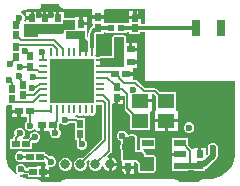
<source format=gtl>
%TF.GenerationSoftware,Altium Limited,Altium Designer,24.5.2 (23)*%
G04 Layer_Physical_Order=1*
G04 Layer_Color=255*
%FSLAX45Y45*%
%MOMM*%
%TF.SameCoordinates,A44132E1-8554-4EB8-AD62-5007B9A5CA4B*%
%TF.FilePolarity,Positive*%
%TF.FileFunction,Copper,L1,Top,Signal*%
%TF.Part,Single*%
G01*
G75*
%TA.AperFunction,Conductor*%
%ADD10C,0.35000*%
%TA.AperFunction,SMDPad,CuDef*%
%ADD11R,0.55000X0.65000*%
%ADD12R,0.65000X0.55000*%
%ADD13R,0.74000X1.47000*%
%ADD14R,0.62000X0.70000*%
%ADD15R,0.70000X0.62000*%
%ADD16R,0.62000X0.59000*%
%ADD17R,0.59000X0.62000*%
%ADD18R,1.00000X0.60000*%
%ADD19R,1.40000X1.20000*%
%ADD20O,0.25000X0.80000*%
%ADD21O,0.80000X0.25000*%
%ADD22R,3.70000X3.70000*%
%TA.AperFunction,Conductor*%
%ADD23C,0.15000*%
%ADD24C,0.50000*%
%TA.AperFunction,ComponentPad*%
%ADD25C,0.80000*%
%TA.AperFunction,ViaPad*%
%ADD26C,0.60000*%
%ADD27C,0.50000*%
G36*
X979747Y1509974D02*
X986378Y1500050D01*
X1000444Y1485984D01*
X1010367Y1479353D01*
X1028746Y1471741D01*
X1040451Y1469412D01*
X1261442D01*
X1266281Y1458716D01*
Y1418717D01*
X1368281D01*
Y1458716D01*
X1373120Y1469412D01*
X1714500D01*
Y1344012D01*
X1688901D01*
X1676603Y1344984D01*
Y1384984D01*
X1574603D01*
Y1356588D01*
X1561903Y1350327D01*
X1556698Y1354324D01*
Y1356876D01*
X1467699D01*
Y1356876D01*
X1465698D01*
Y1356876D01*
X1377602D01*
X1376699Y1356876D01*
X1368281Y1366089D01*
Y1388717D01*
X1266281D01*
Y1348717D01*
X1271281D01*
Y1331211D01*
X1256242Y1319671D01*
X1242523Y1301794D01*
X1233899Y1280974D01*
X1230958Y1258632D01*
X1231060D01*
Y1245353D01*
X1218360Y1238564D01*
X1216960Y1239500D01*
Y1283177D01*
X1220590Y1292872D01*
X1220590D01*
Y1332872D01*
X1169590D01*
Y1347872D01*
X1154590D01*
Y1402872D01*
X1118590D01*
Y1395144D01*
X1115650Y1393179D01*
X1022200D01*
Y1447398D01*
X986200D01*
Y1392398D01*
X956200D01*
Y1447398D01*
X920201D01*
X920200Y1447398D01*
X912478Y1449722D01*
Y1449722D01*
X908462Y1449722D01*
X876478D01*
Y1394722D01*
X846478D01*
Y1449722D01*
X810478D01*
Y1449722D01*
X809115Y1448741D01*
X773116D01*
Y1393741D01*
X758116D01*
Y1378741D01*
X707116D01*
Y1364940D01*
X694416Y1363643D01*
X693089Y1364862D01*
X687610Y1375761D01*
X692700Y1388049D01*
Y1405951D01*
X685849Y1422490D01*
X673190Y1435149D01*
X665006Y1438539D01*
Y1452286D01*
X686000Y1460981D01*
X728390Y1469413D01*
X799597D01*
X811302Y1471742D01*
X821225Y1478372D01*
X827856Y1488296D01*
X830184Y1500001D01*
Y1511033D01*
X979308D01*
X979747Y1509974D01*
D02*
G37*
G36*
X1118633Y1373960D02*
Y1310487D01*
X1117398Y1298299D01*
X1025398D01*
Y1278990D01*
X1006322Y1259914D01*
X802623D01*
Y1231160D01*
X682681D01*
Y1346825D01*
X712116D01*
Y1343741D01*
X803184D01*
X804115Y1343741D01*
Y1343741D01*
X815479Y1344721D01*
Y1344722D01*
X907478D01*
Y1346825D01*
X925200D01*
Y1342398D01*
X1017200D01*
Y1376943D01*
X1115650D01*
X1118633Y1373960D01*
D02*
G37*
G36*
X1200724Y1222375D02*
X1226137Y1196962D01*
Y1104900D01*
X1151602D01*
X1152456Y1160886D01*
Y1219200D01*
X1041400D01*
Y1278425D01*
X1041634Y1278990D01*
Y1282063D01*
X1117398D01*
X1120089Y1283178D01*
X1200724D01*
Y1222375D01*
D02*
G37*
G36*
X1376699Y1264876D02*
X1465698D01*
Y1264875D01*
X1467699D01*
Y1264876D01*
X1556698D01*
Y1277739D01*
X1579603D01*
Y1257984D01*
X1671603D01*
Y1277739D01*
X1714500D01*
Y863600D01*
X2469413D01*
X2469414Y250000D01*
X2469413Y228390D01*
X2460981Y186000D01*
X2444441Y146068D01*
X2420429Y110132D01*
X2389867Y79570D01*
X2353931Y55558D01*
X2314000Y39018D01*
X2271610Y30587D01*
X2250000D01*
X2200404Y30587D01*
X2188698Y28259D01*
X2178775Y21629D01*
X2172144Y11705D01*
X2172011Y11033D01*
X2002540D01*
X1999556Y14016D01*
X1989633Y20647D01*
X1971254Y28260D01*
X1959549Y30588D01*
X1040452D01*
X1028746Y28260D01*
X1010367Y20647D01*
X1000444Y14016D01*
X997461Y11033D01*
X828793D01*
X828660Y11704D01*
X822029Y21628D01*
X812106Y28258D01*
X800400Y30586D01*
X750000D01*
X728389Y30587D01*
X686000Y39018D01*
X647803Y54840D01*
X645348Y58081D01*
X649331Y65405D01*
X652782Y69300D01*
X669351D01*
X681069Y74154D01*
X682908Y72925D01*
X691687Y71179D01*
X716760D01*
Y51619D01*
X796760D01*
Y46619D01*
X834260D01*
Y94119D01*
Y141619D01*
X796760D01*
Y136619D01*
X716760D01*
Y129012D01*
X704060Y126486D01*
X698549Y139790D01*
X685890Y152449D01*
X669351Y159300D01*
X651449D01*
X634910Y152449D01*
X622251Y139790D01*
X615400Y123251D01*
Y105349D01*
X622251Y88810D01*
X628467Y82594D01*
X620371Y72729D01*
X610132Y79571D01*
X579570Y110132D01*
X555558Y146069D01*
X539018Y186000D01*
X533400Y214246D01*
Y649757D01*
X539709Y659844D01*
X576470D01*
X587429Y655640D01*
Y619640D01*
X642429D01*
Y604640D01*
X657429D01*
Y553640D01*
X697428D01*
Y558640D01*
X713659D01*
Y521569D01*
X711276Y520582D01*
X698618Y507923D01*
X691767Y491384D01*
Y473482D01*
X698618Y456942D01*
X711276Y444284D01*
X727816Y437433D01*
X745718D01*
X762257Y444284D01*
X772953Y454980D01*
X782234Y452951D01*
X785653Y451086D01*
X785653Y443498D01*
X785652Y441294D01*
X780414Y430966D01*
X780415D01*
X780414Y430965D01*
X769625Y430799D01*
X768558Y430357D01*
X753085Y423948D01*
X740427Y411289D01*
X733576Y394750D01*
Y385996D01*
X718863Y371283D01*
X683492D01*
X678231Y383983D01*
X687089Y392840D01*
X693940Y409380D01*
Y427282D01*
X687089Y443821D01*
X674430Y456480D01*
X657891Y463331D01*
X639989D01*
X623449Y456480D01*
X610791Y443821D01*
X603940Y427282D01*
Y409380D01*
X606887Y402264D01*
X599627Y395005D01*
X594655Y387562D01*
X592908Y378783D01*
Y371283D01*
X571306D01*
Y286283D01*
X751306D01*
Y335747D01*
X761863Y344014D01*
X769625Y340799D01*
X787527D01*
X804066Y347650D01*
X816725Y360308D01*
X823576Y376848D01*
Y394750D01*
X816725Y411289D01*
X804066Y423948D01*
X792850Y428594D01*
X795376Y441293D01*
X798353Y441294D01*
X825653D01*
Y492294D01*
X855653D01*
Y441294D01*
X895652D01*
X895653Y441293D01*
Y441294D01*
X896681Y440952D01*
X906075Y430952D01*
Y413051D01*
X912926Y396511D01*
X925585Y383853D01*
X942124Y377002D01*
X960026D01*
X976566Y383853D01*
X989224Y396511D01*
X996075Y413051D01*
Y430953D01*
X989224Y447492D01*
X982653Y454064D01*
Y496429D01*
X994636Y505710D01*
X996950Y505552D01*
X1007556Y494946D01*
X1024096Y488095D01*
X1041998D01*
X1058537Y494946D01*
X1071196Y507604D01*
X1072252Y510154D01*
X1114856D01*
Y450352D01*
Y365352D01*
X1134415D01*
Y356916D01*
X1136162Y348137D01*
X1137352Y346356D01*
X1132179Y333868D01*
Y315966D01*
X1139029Y299426D01*
X1151688Y286768D01*
X1168228Y279917D01*
X1186129D01*
X1202669Y286768D01*
X1215328Y299426D01*
X1222178Y315966D01*
Y333868D01*
X1215328Y350407D01*
X1202669Y363066D01*
X1201979Y363352D01*
X1199856Y365353D01*
Y450352D01*
Y545352D01*
X1147299D01*
X1143335Y549316D01*
X1135893Y554289D01*
X1127114Y556035D01*
X1120408D01*
X1119158Y568735D01*
X1124926Y569883D01*
X1130616Y573685D01*
X1139196Y575105D01*
X1147776Y573685D01*
X1153466Y569883D01*
X1164196Y567748D01*
X1174926Y569883D01*
X1184022Y575961D01*
X1194370D01*
X1203466Y569883D01*
X1214196Y567748D01*
X1224926Y569883D01*
X1234022Y575961D01*
X1244370D01*
X1253466Y569883D01*
X1264196Y567748D01*
X1274926Y569883D01*
X1284023Y575961D01*
X1290101Y585057D01*
X1292235Y595787D01*
Y650787D01*
X1291947Y652236D01*
X1302747Y663037D01*
X1304196Y662748D01*
X1348659D01*
Y373174D01*
X1182889Y207403D01*
X1174674Y210806D01*
X1152794D01*
X1132579Y202432D01*
X1117108Y186961D01*
X1108734Y166746D01*
Y144866D01*
X1117108Y124651D01*
X1132579Y109179D01*
X1152794Y100806D01*
X1174674D01*
X1194889Y109179D01*
X1210361Y124651D01*
X1218734Y144866D01*
Y166746D01*
X1215332Y174960D01*
X1234290Y193919D01*
X1244108Y186960D01*
X1235734Y166746D01*
Y144866D01*
X1244108Y124651D01*
X1259579Y109179D01*
X1279794Y100806D01*
X1301674D01*
X1321889Y109179D01*
X1337361Y124651D01*
X1345734Y144865D01*
X1357734Y143871D01*
X1366869Y121818D01*
X1383747Y104940D01*
X1402734Y97075D01*
Y155806D01*
Y214536D01*
X1397841Y212509D01*
X1390647Y223276D01*
X1422821Y255450D01*
X1427794Y262892D01*
X1429540Y271671D01*
Y664753D01*
X1456201D01*
Y719753D01*
X1471201D01*
Y734753D01*
X1527651D01*
X1534901Y738382D01*
X1539159Y735193D01*
Y629710D01*
X1540906Y620931D01*
X1545879Y613489D01*
X1586348Y573019D01*
Y449222D01*
X1756348D01*
Y599221D01*
X1763831Y608822D01*
X1766748D01*
Y681522D01*
X1671348D01*
Y706922D01*
X1766748D01*
Y753781D01*
X1789345D01*
X1806348Y736779D01*
Y622322D01*
X1806348Y619222D01*
X1798864Y609622D01*
X1795948D01*
Y536922D01*
X1986748D01*
Y609622D01*
X1983831D01*
X1976348Y619222D01*
X1976348Y622322D01*
Y769221D01*
X1838791D01*
X1815069Y792943D01*
X1807627Y797916D01*
X1798848Y799662D01*
X1710952D01*
X1646906Y863709D01*
X1639464Y868682D01*
X1630685Y870428D01*
X1618937D01*
X1607124Y872570D01*
Y908570D01*
X1552125D01*
Y938570D01*
X1607124D01*
Y974569D01*
X1619799Y974632D01*
X1644355D01*
Y1010632D01*
X1589355D01*
Y1040632D01*
X1644355D01*
Y1076631D01*
X1644356D01*
X1645226Y1079034D01*
X1645225Y1079034D01*
X1645225Y1088971D01*
Y1115034D01*
X1590225D01*
Y1130034D01*
X1575225D01*
Y1181034D01*
X1551424D01*
X1551045Y1232021D01*
X1548649Y1237684D01*
X1546290Y1243381D01*
X1546229Y1243406D01*
X1546204Y1243466D01*
X1540507Y1245776D01*
X1534809Y1248136D01*
X1448563D01*
X1442882Y1245783D01*
X1437152Y1243450D01*
X1437131Y1243401D01*
X1437082Y1243381D01*
X1434727Y1237695D01*
X1432327Y1231998D01*
X1432209Y1212429D01*
X1428200Y1202751D01*
Y1184849D01*
X1431987Y1175707D01*
X1431349Y1070115D01*
X1331148D01*
X1328034Y1068826D01*
X1304196D01*
X1302747Y1068537D01*
X1291947Y1079338D01*
X1292235Y1080787D01*
Y1131358D01*
X1294810Y1135212D01*
X1297333Y1147893D01*
Y1258632D01*
X1297588D01*
X1298201Y1261717D01*
X1363281D01*
Y1278580D01*
X1376699D01*
Y1264876D01*
D02*
G37*
G36*
X1536633Y986925D02*
X1527675Y977922D01*
X1331148Y978409D01*
Y1053880D01*
X1447487D01*
X1448563Y1231900D01*
X1534809D01*
X1536633Y986925D01*
D02*
G37*
%LPC*%
G36*
X1676603Y1454984D02*
X1640603D01*
Y1414984D01*
X1676603D01*
Y1454984D01*
D02*
G37*
G36*
X1610603D02*
X1574603D01*
Y1414984D01*
X1610603D01*
Y1454984D01*
D02*
G37*
G36*
X743116Y1448741D02*
X707116D01*
Y1408741D01*
X743116D01*
Y1448741D01*
D02*
G37*
G36*
X1220590Y1402872D02*
X1184590D01*
Y1362872D01*
X1220590D01*
Y1402872D01*
D02*
G37*
G36*
X1645225Y1181034D02*
X1605225D01*
Y1145034D01*
X1645225D01*
Y1181034D01*
D02*
G37*
G36*
X1522201Y704753D02*
X1486201D01*
Y664753D01*
X1522201D01*
Y704753D01*
D02*
G37*
G36*
X627429Y589640D02*
X587429D01*
Y553640D01*
X627429D01*
Y589640D01*
D02*
G37*
G36*
X1986748Y511522D02*
X1904048D01*
Y438822D01*
X1986748D01*
Y511522D01*
D02*
G37*
G36*
X1878648D02*
X1795948D01*
Y438822D01*
X1878648D01*
Y511522D01*
D02*
G37*
G36*
X2093791Y512893D02*
X2075889D01*
X2059350Y506042D01*
X2046691Y493383D01*
X2039840Y476844D01*
Y458942D01*
X2046691Y442402D01*
X2059350Y429744D01*
X2075889Y422893D01*
X2093791D01*
X2110331Y429744D01*
X2122989Y442402D01*
X2129840Y458942D01*
Y476844D01*
X2122989Y493383D01*
X2110331Y506042D01*
X2093791Y512893D01*
D02*
G37*
G36*
X1432734Y214536D02*
Y170806D01*
X1476464D01*
X1468600Y189793D01*
X1451722Y206671D01*
X1432734Y214536D01*
D02*
G37*
G36*
X663607Y267331D02*
X645705D01*
X629165Y260480D01*
X616507Y247822D01*
X609656Y231282D01*
Y213380D01*
X616507Y196841D01*
X629165Y184182D01*
X645705Y177331D01*
X663607D01*
X674950Y182030D01*
X687650Y179908D01*
Y179908D01*
X687650Y179909D01*
X867105D01*
Y170416D01*
X873956Y153877D01*
X874481Y153352D01*
X869620Y141619D01*
X864260D01*
Y109119D01*
X901760D01*
Y133436D01*
X903154Y134367D01*
X921056D01*
X937596Y141218D01*
X950254Y153877D01*
X957105Y170416D01*
Y188318D01*
X950254Y204858D01*
X937596Y217516D01*
X921056Y224367D01*
X903154D01*
X900604Y223311D01*
X885285Y238630D01*
X877843Y243603D01*
X869064Y245349D01*
X867650D01*
Y264908D01*
X687650D01*
X687650Y264909D01*
Y264909D01*
X674950Y262633D01*
X663607Y267331D01*
D02*
G37*
G36*
X1047674Y210806D02*
X1025794D01*
X1005579Y202432D01*
X990108Y186961D01*
X981734Y166746D01*
Y144866D01*
X990108Y124651D01*
X1005579Y109179D01*
X1025794Y100806D01*
X1047674D01*
X1067889Y109179D01*
X1083361Y124651D01*
X1091734Y144866D01*
Y166746D01*
X1083361Y186961D01*
X1067889Y202432D01*
X1047674Y210806D01*
D02*
G37*
G36*
X2073880Y380606D02*
X1943880D01*
Y290606D01*
X1938880D01*
Y255606D01*
X2008880D01*
Y225606D01*
X1938880D01*
Y190606D01*
X1943880Y190606D01*
Y100606D01*
X2073880D01*
Y105974D01*
X2127108D01*
Y98917D01*
X2219108D01*
Y119214D01*
X2229284Y121238D01*
X2242515Y130078D01*
X2313681Y201245D01*
X2313682Y201246D01*
X2322523Y214477D01*
X2325628Y230084D01*
X2325627Y230085D01*
Y268516D01*
X2331757Y283314D01*
Y301216D01*
X2324906Y317755D01*
X2312247Y330414D01*
X2295708Y337265D01*
X2277806D01*
X2261266Y330414D01*
X2248608Y317755D01*
X2241757Y301216D01*
Y283314D01*
X2244060Y277753D01*
Y247133D01*
X2235264Y239891D01*
X2224108Y244666D01*
Y295917D01*
X2188108D01*
Y240917D01*
X2158108D01*
Y295917D01*
X2122108D01*
Y293381D01*
X2117400Y290331D01*
X2109408Y288515D01*
X2073880Y324043D01*
Y380606D01*
D02*
G37*
G36*
X1476464Y140806D02*
X1432734D01*
Y97075D01*
X1451722Y104940D01*
X1468600Y121818D01*
X1476464Y140806D01*
D02*
G37*
G36*
X1527676Y443053D02*
X1509774D01*
X1493234Y436202D01*
X1480576Y423543D01*
X1473725Y407004D01*
Y389102D01*
X1480576Y372563D01*
X1493234Y359904D01*
X1507884Y353836D01*
Y332640D01*
X1505669Y330426D01*
X1498818Y313886D01*
Y295984D01*
X1505669Y279445D01*
X1507884Y277230D01*
Y194035D01*
X1512640Y182555D01*
X1518218Y180244D01*
Y146935D01*
X1569218D01*
X1620218D01*
Y177799D01*
X1633893D01*
X1652644Y159048D01*
Y101576D01*
X1657399Y90096D01*
X1668880Y85340D01*
X1776578D01*
X1776616Y85356D01*
X1776655Y85341D01*
X1782332Y87724D01*
X1788058Y90096D01*
X1788074Y90134D01*
X1788113Y90150D01*
X1797051Y99173D01*
X1797066Y99212D01*
X1797105Y99228D01*
X1797664Y100606D01*
X1798880D01*
X1801752Y110676D01*
X1801739Y110707D01*
X1801752Y110753D01*
X1801738Y112122D01*
X1800751Y216189D01*
X1798346Y221843D01*
X1795997Y227516D01*
X1795920Y227547D01*
X1795887Y227624D01*
X1790195Y229919D01*
X1784516Y232271D01*
X1723240D01*
Y240703D01*
X1721078Y245921D01*
X1719315Y251288D01*
X1699996Y273758D01*
X1699414Y274052D01*
X1699165Y274654D01*
X1693947Y276815D01*
X1691788Y277906D01*
X1694815Y290606D01*
X1798880D01*
Y380606D01*
X1668880D01*
Y292109D01*
X1668880Y290606D01*
X1665251Y279409D01*
X1639916D01*
Y346593D01*
X1645200Y359349D01*
Y377251D01*
X1639916Y390007D01*
Y391339D01*
X1635161Y402819D01*
X1623680Y407574D01*
X1622973D01*
X1609151Y413300D01*
X1591249D01*
X1577427Y407574D01*
X1563488D01*
X1556874Y423543D01*
X1544215Y436202D01*
X1527676Y443053D01*
D02*
G37*
G36*
X1620218Y116935D02*
X1584218D01*
Y76935D01*
X1620218D01*
Y116935D01*
D02*
G37*
G36*
X1554218D02*
X1518218D01*
Y76935D01*
X1554218D01*
Y116935D01*
D02*
G37*
G36*
X901760Y79119D02*
X864260D01*
Y46619D01*
X901760D01*
Y79119D01*
D02*
G37*
%LPD*%
G36*
X1623680Y263173D02*
X1687685D01*
X1707004Y240703D01*
Y216035D01*
X1784516D01*
X1785516Y110599D01*
X1776578Y101576D01*
X1668880D01*
Y165773D01*
X1640618Y194035D01*
X1524120D01*
Y391339D01*
X1623680D01*
Y263173D01*
D02*
G37*
D10*
X1317281Y1311717D02*
G03*
X1264196Y1258632I0J-53084D01*
G01*
X1317281Y1311717D02*
X1420357D01*
X1264196Y1147893D02*
Y1258632D01*
X1512198Y1310876D02*
X2140259D01*
X1626554Y1310932D02*
X1648499D01*
D11*
X1157356Y412852D02*
D03*
Y497852D02*
D03*
X623159Y1249970D02*
D03*
Y1334970D02*
D03*
X680143Y831106D02*
D03*
Y746106D02*
D03*
X582209Y792344D02*
D03*
Y707344D02*
D03*
X622300Y1147400D02*
D03*
Y1062400D02*
D03*
D12*
X618806Y328783D02*
D03*
X703806D02*
D03*
X735150Y222408D02*
D03*
X820150D02*
D03*
X849260Y94119D02*
D03*
X764260D02*
D03*
D13*
X2357259Y1310876D02*
D03*
X2140259D02*
D03*
D14*
X734573Y1074119D02*
D03*
Y982118D02*
D03*
X1471201Y811753D02*
D03*
Y719753D02*
D03*
X758116Y1301741D02*
D03*
Y1393741D02*
D03*
X1169590Y1255872D02*
D03*
Y1347872D02*
D03*
X861478Y1394722D02*
D03*
Y1302722D02*
D03*
X971200Y1392398D02*
D03*
Y1300398D02*
D03*
X1317281Y1311717D02*
D03*
Y1403717D02*
D03*
X1625603Y1307984D02*
D03*
Y1399984D02*
D03*
X2173108Y148917D02*
D03*
Y240917D02*
D03*
X1569218Y131935D02*
D03*
Y223935D02*
D03*
D15*
X932653Y492294D02*
D03*
X840653D02*
D03*
X642428Y604640D02*
D03*
X734429D02*
D03*
X1460124Y923569D02*
D03*
X1552124D02*
D03*
X1497355Y1025632D02*
D03*
X1589355D02*
D03*
X1498225Y1130034D02*
D03*
X1590225D02*
D03*
D16*
X1071398Y1253799D02*
D03*
Y1344799D02*
D03*
D17*
X1421198Y1310876D02*
D03*
X1512198D02*
D03*
D18*
X1733880Y145606D02*
D03*
Y335606D02*
D03*
X2008880D02*
D03*
Y240606D02*
D03*
Y145606D02*
D03*
D19*
X1891348Y524222D02*
D03*
Y694222D02*
D03*
X1671348Y524222D02*
D03*
Y694222D02*
D03*
D20*
X1264196Y1108287D02*
D03*
X1214196D02*
D03*
X1164196D02*
D03*
X1114196D02*
D03*
X1064196D02*
D03*
X1014196D02*
D03*
X964196D02*
D03*
X914196D02*
D03*
Y623287D02*
D03*
X964196D02*
D03*
X1014196D02*
D03*
X1064196D02*
D03*
X1114196D02*
D03*
X1164196D02*
D03*
X1214196D02*
D03*
X1264196D02*
D03*
D21*
X846696Y1040787D02*
D03*
Y990787D02*
D03*
Y940787D02*
D03*
Y890787D02*
D03*
Y840787D02*
D03*
Y790787D02*
D03*
Y740787D02*
D03*
Y690787D02*
D03*
X1331696D02*
D03*
Y740787D02*
D03*
Y790787D02*
D03*
Y840787D02*
D03*
Y890787D02*
D03*
Y940787D02*
D03*
Y990787D02*
D03*
Y1040787D02*
D03*
D22*
X1089196Y865787D02*
D03*
D23*
X1033047Y533095D02*
X1127114D01*
X1157356Y502852D01*
Y497852D02*
Y502852D01*
X634689Y596900D02*
X642428Y604640D01*
X736600Y482600D02*
Y602468D01*
Y482600D02*
X736767Y482433D01*
X734429Y604640D02*
X736600Y602468D01*
X757211Y377188D02*
X769966D01*
X703806Y328783D02*
X708806D01*
X757211Y377188D01*
X769966D02*
X778576Y385799D01*
X648940Y411874D02*
Y418331D01*
X615849Y320826D02*
Y378783D01*
X648940Y411874D01*
X869064Y222408D02*
X912105Y179367D01*
X820150Y222408D02*
X869064D01*
X654656Y222331D02*
X735072D01*
X735150Y222408D01*
X691687Y94119D02*
X764260D01*
X660400Y114300D02*
X671506D01*
X691687Y94119D01*
X758383Y803717D02*
X766993Y812328D01*
X1157356Y356916D02*
Y412852D01*
X1177178Y324917D02*
Y337094D01*
X1157356Y356916D02*
X1177178Y337094D01*
X932653Y492294D02*
X951075Y473871D01*
Y422002D02*
Y473871D01*
X1371600Y363672D02*
Y673100D01*
X1163734Y155806D02*
X1371600Y363672D01*
X1406600Y271671D02*
Y693384D01*
X1290734Y155806D02*
X1406600Y271671D01*
X964196Y623287D02*
X965060Y622424D01*
Y520700D02*
Y622424D01*
X936653Y492294D02*
X965060Y520700D01*
X734429Y604640D02*
X909577D01*
X914196Y609259D01*
Y623287D01*
X760753Y682344D02*
X819196Y740787D01*
X602209Y682344D02*
X760753D01*
X582209Y702344D02*
Y707344D01*
Y702344D02*
X602209Y682344D01*
X734240Y981785D02*
X734573Y982118D01*
X649812Y981785D02*
X734240D01*
X562157Y872595D02*
X582209Y852542D01*
X643159Y1354970D02*
Y1392459D01*
X647700Y1397000D01*
X623159Y1334970D02*
X643159Y1354970D01*
X734573Y1074119D02*
Y1078119D01*
X694800Y1117892D02*
X734573Y1078119D01*
X694800Y1117892D02*
Y1118287D01*
X623159Y1244970D02*
X643159Y1224970D01*
X644638D02*
X661388Y1208220D01*
X623159Y1244970D02*
Y1249970D01*
X643159Y1224970D02*
X644638D01*
X661388Y1208220D02*
X941764D01*
X660143Y851106D02*
X680143Y831106D01*
X643047Y889590D02*
X660143Y872493D01*
Y851106D02*
Y872493D01*
X643047Y889590D02*
Y901767D01*
X582209Y792344D02*
Y852542D01*
X819196Y740787D02*
X846696D01*
X775017Y746106D02*
X819698Y790787D01*
X680143Y746106D02*
X775017D01*
X819698Y790787D02*
X846696D01*
X571500Y1006600D02*
X622300Y1057400D01*
X571500Y1003300D02*
Y1006600D01*
X622300Y1057400D02*
Y1062400D01*
Y1150787D02*
X642300Y1170787D01*
X622300Y1147400D02*
Y1150787D01*
X642300Y1170787D02*
X929699D01*
X964196Y1108287D02*
Y1136289D01*
X929699Y1170787D02*
X964196Y1136289D01*
X1511521Y869254D02*
X1533287Y847487D01*
X1701450Y776722D02*
X1798848D01*
X1533287Y847487D02*
X1630685D01*
X1701450Y776722D01*
X1798848D02*
X1832564Y743006D01*
X845695Y891789D02*
X846696Y890787D01*
X762168Y891789D02*
X845695D01*
X761166Y892790D02*
X762168Y891789D01*
X2028904Y336576D02*
X2095227Y270253D01*
Y146757D02*
Y270253D01*
X2008904Y336576D02*
X2028904D01*
X766993Y812328D02*
X790737D01*
X819196Y840787D02*
X846696D01*
X790737Y812328D02*
X819196Y840787D01*
X1562100Y629710D02*
Y750839D01*
X1515914Y797025D02*
X1562100Y750839D01*
Y629710D02*
X1608848Y582963D01*
Y576722D02*
X1661348Y524222D01*
X1671348D01*
X1608848Y576722D02*
Y582963D01*
X1832564Y743006D02*
X1881247D01*
X1508620Y869254D02*
X1511521D01*
X941764Y1208220D02*
X1014196Y1135787D01*
Y1108287D02*
Y1135787D01*
X838200Y1104900D02*
X846696Y1096404D01*
Y1040787D02*
Y1096404D01*
X734573Y978118D02*
X758073Y954618D01*
X802659D02*
X816490Y940787D01*
X846696D01*
X758073Y954618D02*
X802659D01*
X1331696Y690787D02*
X1356490D01*
X1364196Y680504D02*
Y683081D01*
Y680504D02*
X1371600Y673100D01*
X1356490Y690787D02*
X1364196Y683081D01*
X1359196Y740787D02*
X1406600Y693384D01*
X1331696Y740787D02*
X1359196D01*
X1471201Y811753D02*
X1485929Y797025D01*
X1515914D01*
X1471201Y811753D02*
Y815754D01*
X1393816Y890787D02*
X1445349Y839253D01*
X1447701D02*
X1471201Y815754D01*
X1331696Y890787D02*
X1393816D01*
X1445349Y839253D02*
X1447701D01*
X1331696Y940787D02*
X1442907D01*
X1460124Y923569D01*
X1464125D01*
X1487624Y900070D01*
Y890249D02*
Y900070D01*
Y890249D02*
X1508620Y869254D01*
D24*
X2174917Y154726D02*
X2179108Y158917D01*
X2213677D02*
X2284844Y230084D01*
Y290351D02*
X2286757Y292265D01*
X2174917Y150726D02*
Y154726D01*
X2179108Y158917D02*
X2213677D01*
X2284844Y230084D02*
Y290351D01*
X2170948Y146757D02*
X2174917Y150726D01*
X2095227Y146757D02*
X2170948D01*
X2048658D02*
X2095227D01*
D25*
X1417734Y155806D02*
D03*
X1290734D02*
D03*
X1163734D02*
D03*
X1036734D02*
D03*
D26*
X1067269Y455053D02*
D03*
X1033047Y533095D02*
D03*
X1279031Y361980D02*
D03*
X859777Y310628D02*
D03*
X564500Y598541D02*
D03*
X736767Y482433D02*
D03*
X778576Y385799D02*
D03*
X864074Y393321D02*
D03*
X648940Y418331D02*
D03*
X912105Y179367D02*
D03*
X654656Y222331D02*
D03*
X660400Y114300D02*
D03*
X758383Y803717D02*
D03*
X929618Y98035D02*
D03*
X1177178Y324917D02*
D03*
X951075Y422002D02*
D03*
X1465997Y648201D02*
D03*
X649812Y981785D02*
D03*
X562157Y872595D02*
D03*
X1518725Y398053D02*
D03*
X647700Y1397000D02*
D03*
X694800Y1118287D02*
D03*
X643047Y901767D02*
D03*
X2286757Y292265D02*
D03*
X2084840Y467893D02*
D03*
X571500Y1003300D02*
D03*
X1600200Y368300D02*
D03*
X1904851Y244445D02*
D03*
X1510413Y71558D02*
D03*
X1612900Y787400D02*
D03*
X1735000Y830735D02*
D03*
X1895515Y406080D02*
D03*
X2026512Y566623D02*
D03*
X761166Y892790D02*
D03*
X1543818Y304935D02*
D03*
X915433Y1423025D02*
D03*
X813833D02*
D03*
X1067833Y1435725D02*
D03*
X1169433D02*
D03*
X1417281Y1403761D02*
D03*
X1835000Y830779D02*
D03*
X1678221Y935056D02*
D03*
X1678177Y1035056D02*
D03*
X1678133Y1135056D02*
D03*
X1676401Y1224291D02*
D03*
X1678000Y1435056D02*
D03*
X1935000Y830823D02*
D03*
X2035000Y830868D02*
D03*
X2135000Y830912D02*
D03*
X2235000Y830956D02*
D03*
X2335000Y831000D02*
D03*
X2435000Y831044D02*
D03*
X712480Y1261344D02*
D03*
X1473200Y1193800D02*
D03*
X838200Y1104900D02*
D03*
D27*
X1199196Y975787D02*
D03*
Y865787D02*
D03*
Y755787D02*
D03*
X1089196Y975787D02*
D03*
Y865787D02*
D03*
Y755787D02*
D03*
X979196Y975787D02*
D03*
Y865787D02*
D03*
Y755787D02*
D03*
%TF.MD5,6a3d70ad3b633e5f328e1df3c01bba4b*%
M02*

</source>
